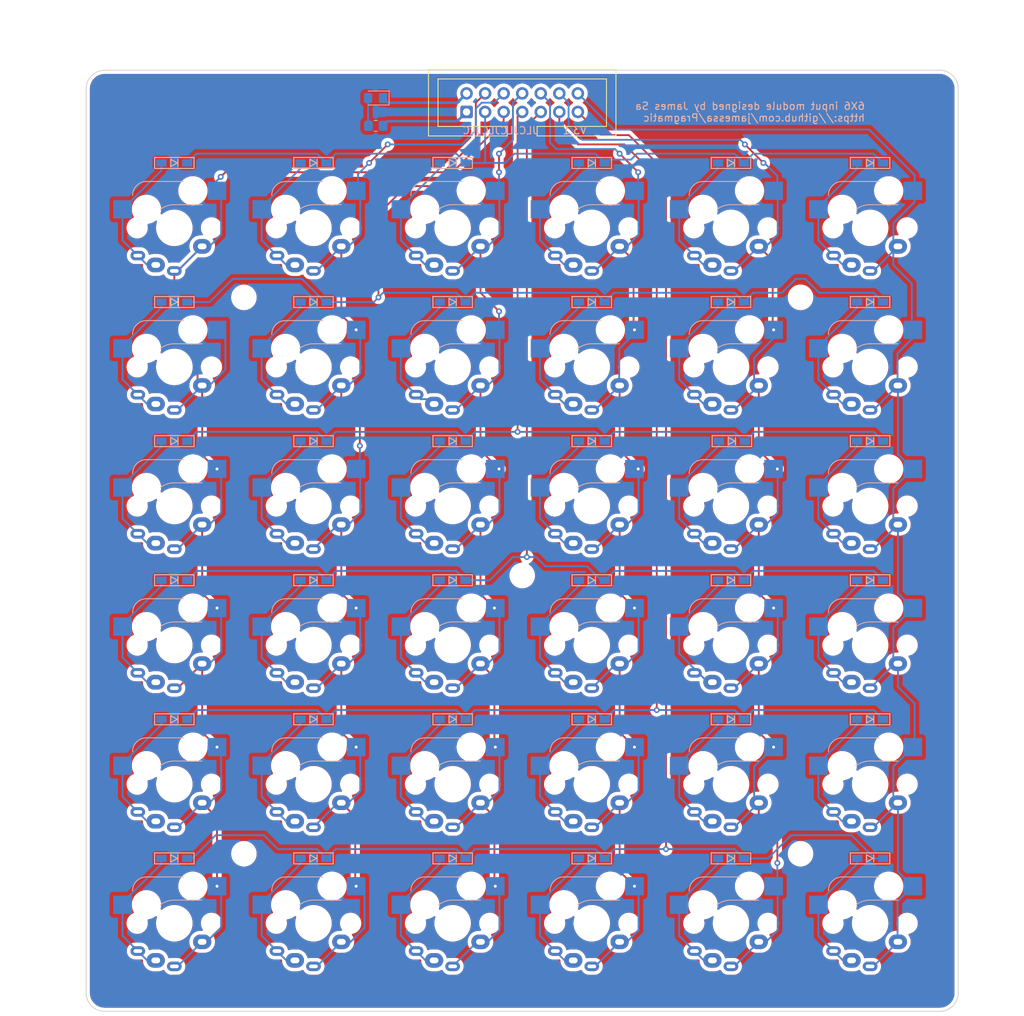
<source format=kicad_pcb>
(kicad_pcb (version 20211014) (generator pcbnew)
  (title_block (title "Pragmatic 6x6 input module") (date "2022-03-24") (rev "3") (company "James Sa") (comment 1 "MX hotswap and solder"))
  (layers (0 "F.Cu" signal) (31 "B.Cu" signal) (34 "B.Paste" user) (35 "F.Paste" user) (36 "B.SilkS" user "B.Silkscreen") (37 "F.SilkS" user "F.Silkscreen") (38 "B.Mask" user) (39 "F.Mask" user) (44 "Edge.Cuts" user))
  (net 0 "")
  (net 1 "Net-(D1-Pad2)")
  (net 2 "Row1")
  (net 3 "Net-(D2-Pad2)")
  (net 4 "Col1")
  (net 5 "Net-(D7-Pad2)")
  (net 6 "Row2")
  (net 7 "Net-(D8-Pad2)")
  (net 8 "VCC")
  (net 9 "Col3")
  (net 10 "Col2")
  (net 11 "Row3")
  (net 12 "GND")
  (net 13 "Row4")
  (net 14 "Row5")
  (net 15 "Row6")
  (net 16 "Col6")
  (net 17 "Col5")
  (net 18 "Col4")
  (net 19 "Net-(D37-Pad2)")
  (net 20 "Net-(D3-Pad2)")
  (net 21 "Net-(D4-Pad2)")
  (net 22 "Net-(D5-Pad2)")
  (net 23 "Net-(D6-Pad2)")
  (net 24 "Net-(D9-Pad2)")
  (net 25 "Net-(D10-Pad2)")
  (net 26 "Net-(D11-Pad2)")
  (net 27 "Net-(D12-Pad2)")
  (net 28 "Net-(D13-Pad2)")
  (net 29 "Net-(D14-Pad2)")
  (net 30 "Net-(D15-Pad2)")
  (net 31 "Net-(D16-Pad2)")
  (net 32 "Net-(D17-Pad2)")
  (net 33 "Net-(D18-Pad2)")
  (net 34 "Net-(D19-Pad2)")
  (net 35 "Net-(D20-Pad2)")
  (net 36 "Net-(D21-Pad2)")
  (net 37 "Net-(D22-Pad2)")
  (net 38 "Net-(D23-Pad2)")
  (net 39 "Net-(D24-Pad2)")
  (net 40 "Net-(D25-Pad2)")
  (net 41 "Net-(D26-Pad2)")
  (net 42 "Net-(D27-Pad2)")
  (net 43 "Net-(D28-Pad2)")
  (net 44 "Net-(D29-Pad2)")
  (net 45 "Net-(D30-Pad2)")
  (net 46 "Net-(D31-Pad2)")
  (net 47 "Net-(D32-Pad2)")
  (net 48 "Net-(D33-Pad2)")
  (net 49 "Net-(D34-Pad2)")
  (net 50 "Net-(D35-Pad2)")
  (net 51 "Net-(D36-Pad2)")
  (footprint "Keyboard_JSA:MX_Hotswap_MX_Choc_Solder" (layer "F.Cu") (at 57.15 57.15)
    (fp_text reference "SW1" hide)
    (fp_text value "SW_Push" hide)
  )
  (footprint "Keyboard_JSA:MX_Hotswap_MX_Choc_Solder" (layer "F.Cu") (at 57.15 76.2)
    (fp_text reference "SW7" hide)
    (fp_text value "SW_Push" hide)
  )
  (footprint "Keyboard_JSA:MX_Hotswap_MX_Choc_Solder" (layer "F.Cu") (at 76.2 76.2)
    (fp_text reference "SW8" hide)
    (fp_text value "SW_Push" hide)
  )
  (footprint "Keyboard_JSA:MX_Hotswap_MX_Choc_Solder" (layer "F.Cu") (at 76.2 57.15)
    (fp_text reference "SW2" hide)
    (fp_text value "SW_Push" hide)
  )
  (footprint "Keyboard_JSA:MX_Hotswap_MX_Choc_Solder" (layer "F.Cu") (at 95.25 57.15)
    (fp_text reference "SW3" hide)
    (fp_text value "SW_Push" hide)
  )
  (footprint "Keyboard_JSA:MX_Hotswap_MX_Choc_Solder" (layer "F.Cu") (at 114.3 57.15)
    (fp_text reference "SW4" hide)
    (fp_text value "SW_Push" hide)
  )
  (footprint "Keyboard_JSA:MX_Hotswap_MX_Choc_Solder" (layer "F.Cu") (at 133.35 57.15)
    (fp_text reference "SW5" hide)
    (fp_text value "SW_Push" hide)
  )
  (footprint "Keyboard_JSA:MX_Hotswap_MX_Choc_Solder" (layer "F.Cu") (at 152.4 57.15)
    (fp_text reference "SW6" hide)
    (fp_text value "SW_Push" hide)
  )
  (footprint "Keyboard_JSA:MX_Hotswap_MX_Choc_Solder" (layer "F.Cu") (at 95.25 76.2)
    (fp_text reference "SW9" hide)
    (fp_text value "SW_Push" hide)
  )
  (footprint "Keyboard_JSA:MX_Hotswap_MX_Choc_Solder" (layer "F.Cu") (at 114.3 76.2)
    (fp_text reference "SW10" hide)
    (fp_text value "SW_Push" hide)
  )
  (footprint "Keyboard_JSA:MX_Hotswap_MX_Choc_Solder" (layer "F.Cu") (at 133.35 76.2)
    (fp_text reference "SW11" hide)
    (fp_text value "SW_Push" hide)
  )
  (footprint "Keyboard_JSA:MX_Hotswap_MX_Choc_Solder" (layer "F.Cu") (at 152.4 76.2)
    (fp_text reference "SW12" hide)
    (fp_text value "SW_Push" hide)
  )
  (footprint "Keyboard_JSA:MX_Hotswap_MX_Choc_Solder" (layer "F.Cu") (at 57.15 95.25)
    (fp_text reference "SW13" hide)
    (fp_text value "SW_Push" hide)
  )
  (footprint "Keyboard_JSA:MX_Hotswap_MX_Choc_Solder" (layer "F.Cu") (at 76.2 95.25)
    (fp_text reference "SW14" hide)
    (fp_text value "SW_Push" hide)
  )
  (footprint "Keyboard_JSA:MX_Hotswap_MX_Choc_Solder" (layer "F.Cu") (at 95.25 95.25)
    (fp_text reference "SW15" hide)
    (fp_text value "SW_Push" hide)
  )
  (footprint "Keyboard_JSA:MX_Hotswap_MX_Choc_Solder" (layer "F.Cu") (at 114.3 95.25)
    (fp_text reference "SW16" hide)
    (fp_text value "SW_Push" hide)
  )
  (footprint "Keyboard_JSA:MX_Hotswap_MX_Choc_Solder" (layer "F.Cu") (at 133.35 95.25)
    (fp_text reference "SW17" hide)
    (fp_text value "SW_Push" hide)
  )
  (footprint "Keyboard_JSA:MX_Hotswap_MX_Choc_Solder" (layer "F.Cu") (at 152.4 95.25)
    (fp_text reference "SW18" hide)
    (fp_text value "SW_Push" hide)
  )
  (footprint "Keyboard_JSA:MX_Hotswap_MX_Choc_Solder" (layer "F.Cu") (at 57.15 114.3)
    (fp_text reference "SW19" hide)
    (fp_text value "SW_Push" hide)
  )
  (footprint "Keyboard_JSA:MX_Hotswap_MX_Choc_Solder" (layer "F.Cu") (at 76.2 114.3)
    (fp_text reference "SW20" hide)
    (fp_text value "SW_Push" hide)
  )
  (footprint "Keyboard_JSA:MX_Hotswap_MX_Choc_Solder" (layer "F.Cu") (at 95.25 114.3)
    (fp_text reference "SW21" hide)
    (fp_text value "SW_Push" hide)
  )
  (footprint "Keyboard_JSA:MX_Hotswap_MX_Choc_Solder" (layer "F.Cu") (at 114.3 114.3)
    (fp_text reference "SW22" hide)
    (fp_text value "SW_Push" hide)
  )
  (footprint "Keyboard_JSA:MX_Hotswap_MX_Choc_Solder" (layer "F.Cu") (at 133.35 114.3)
    (fp_text reference "SW23" hide)
    (fp_text value "SW_Push" hide)
  )
  (footprint "Keyboard_JSA:MX_Hotswap_MX_Choc_Solder" (layer "F.Cu") (at 152.4 114.3)
    (fp_text reference "SW24" hide)
    (fp_text value "SW_Push" hide)
  )
  (footprint "Keyboard_JSA:MX_Hotswap_MX_Choc_Solder" (layer "F.Cu") (at 57.15 133.35)
    (fp_text reference "SW25" hide)
    (fp_text value "SW_Push" hide)
  )
  (footprint "Keyboard_JSA:MX_Hotswap_MX_Choc_Solder" (layer "F.Cu") (at 76.2 133.35)
    (fp_text reference "SW26" hide)
    (fp_text value "SW_Push" hide)
  )
  (footprint "Keyboard_JSA:MX_Hotswap_MX_Choc_Solder" (layer "F.Cu") (at 95.25 133.35)
    (fp_text reference "SW27" hide)
    (fp_text value "SW_Push" hide)
  )
  (footprint "Keyboard_JSA:MX_Hotswap_MX_Choc_Solder" (layer "F.Cu") (at 114.3 133.35)
    (fp_text reference "SW28" hide)
    (fp_text value "SW_Push" hide)
  )
  (footprint "Keyboard_JSA:MX_Hotswap_MX_Choc_Solder" (layer "F.Cu") (at 133.35 133.35)
    (fp_text reference "SW29" hide)
    (fp_text value "SW_Push" hide)
  )
  (footprint "Keyboard_JSA:MX_Hotswap_MX_Choc_Solder" (layer "F.Cu") (at 152.4 133.35)
    (fp_text reference "SW30" hide)
    (fp_text value "SW_Push" hide)
  )
  (footprint "Keyboard_JSA:MX_Hotswap_MX_Choc_Solder" (layer "F.Cu") (at 57.15 152.4)
    (fp_text reference "SW31" hide)
    (fp_text value "SW_Push" hide)
  )
  (footprint "Keyboard_JSA:MX_Hotswap_MX_Choc_Solder" (layer "F.Cu") (at 76.2 152.4)
    (fp_text reference "SW32" hide)
    (fp_text value "SW_Push" hide)
  )
  (footprint "Keyboard_JSA:MX_Hotswap_MX_Choc_Solder" (layer "F.Cu") (at 95.25 152.4)
    (fp_text reference "SW33" hide)
    (fp_text value "SW_Push" hide)
  )
  (footprint "Keyboard_JSA:MX_Hotswap_MX_Choc_Solder" (layer "F.Cu") (at 114.3 152.4)
    (fp_text reference "SW34" hide)
    (fp_text value "SW_Push" hide)
  )
  (footprint "Keyboard_JSA:MX_Hotswap_MX_Choc_Solder" (layer "F.Cu") (at 133.35 152.4)
    (fp_text reference "SW35" hide)
    (fp_text value "SW_Push" hide)
  )
  (footprint "Keyboard_JSA:MX_Hotswap_MX_Choc_Solder" (layer "F.Cu") (at 152.4 152.4)
    (fp_text reference "SW36" hide)
    (fp_text value "SW_Push" hide)
  )
  (footprint "MountingHole:MountingHole_2.5mm" (layer "F.Cu") (at 104.775 104.775)
    (fp_text reference "H5")
    (fp_text value "MountingHole")
  )
  (footprint "MountingHole:MountingHole_2.5mm" (layer "F.Cu") (at 66.675 66.675)
    (fp_text reference "H1")
    (fp_text value "MountingHole")
  )
  (footprint "MountingHole:MountingHole_2.5mm" (layer "F.Cu") (at 66.675 142.875)
    (fp_text reference "H2")
    (fp_text value "MountingHole")
  )
  (footprint "MountingHole:MountingHole_2.5mm" (layer "F.Cu") (at 142.875 66.675)
    (fp_text reference "H3")
    (fp_text value "MountingHole")
  )
  (footprint "MountingHole:MountingHole_2.5mm" (layer "F.Cu") (at 142.875 142.875)
    (fp_text reference "H4")
    (fp_text value "MountingHole")
  )
  (footprint "Connector_IDC:IDC-Header_2x07_P2.54mm_Vertical" (layer "F.Cu") (at 97.155 41.275 90)
    (fp_text reference "J1" hide)
    (fp_text value "Hand-Soldering")
  )
  (footprint "Pragmatic:Logo" (layer "F.Cu") (at 133.35 42.545)
    (fp_text reference "REF**" hide)
    (fp_text value "Logo" hide)
  )
  (footprint "Symbol:OSHW-Logo_5.7x6mm_Copper" (layer "F.Cu") (at 66.675 41.275)
    (fp_text reference "LOGO1" hide)
    (fp_text value "Logo_Open_Hardware_Small" hide)
  )
  (footprint "Keyboard_Foostan:D3_SMD_v2" (layer "B.Cu") (at 57.15 48.26 180)
    (fp_text reference "D1" hide)
    (fp_text value "1N4148" hide)
  )
  (footprint "Keyboard_Foostan:D3_SMD_v2" (layer "B.Cu") (at 57.15 67.31 180)
    (fp_text reference "D7" hide)
    (fp_text value "1N4148" hide)
  )
  (footprint "Keyboard_Foostan:D3_SMD_v2" (layer "B.Cu") (at 76.2 67.31 180)
    (fp_text reference "D8" hide)
    (fp_text value "1N4148" hide)
  )
  (footprint "Keyboard_Foostan:D3_SMD_v2" (layer "B.Cu") (at 76.2 48.26 180)
    (fp_text reference "D2" hide)
    (fp_text value "1N4148" hide)
  )
  (footprint "Keyboard_Foostan:D3_SMD_v2" (layer "B.Cu") (at 95.25 48.26 180)
    (fp_text reference "D3" hide)
    (fp_text value "1N4148" hide)
  )
  (footprint "Keyboard_Foostan:D3_SMD_v2" (layer "B.Cu") (at 114.3 48.26 180)
    (fp_text reference "D4" hide)
    (fp_text value "1N4148" hide)
  )
  (footprint "Keyboard_Foostan:D3_SMD_v2" (layer "B.Cu") (at 133.35 48.26 180)
    (fp_text reference "D5" hide)
    (fp_text value "1N4148" hide)
  )
  (footprint "Keyboard_Foostan:D3_SMD_v2" (layer "B.Cu") (at 152.4 48.26 180)
    (fp_text reference "D6" hide)
    (fp_text value "1N4148" hide)
  )
  (footprint "Keyboard_Foostan:D3_SMD_v2" (layer "B.Cu") (at 95.25 67.31 180)
    (fp_text reference "D9" hide)
    (fp_text value "1N4148" hide)
  )
  (footprint "Keyboard_Foostan:D3_SMD_v2" (layer "B.Cu") (at 114.3 67.31 180)
    (fp_text reference "D10" hide)
    (fp_text value "1N4148" hide)
  )
  (footprint "Keyboard_Foostan:D3_SMD_v2" (layer "B.Cu") (at 133.35 67.31 180)
    (fp_text reference "D11" hide)
    (fp_text value "1N4148" hide)
  )
  (footprint "Keyboard_Foostan:D3_SMD_v2" (layer "B.Cu") (at 152.4 67.31 180)
    (fp_text reference "D12" hide)
    (fp_text value "1N4148" hide)
  )
  (footprint "Keyboard_Foostan:D3_SMD_v2" (layer "B.Cu") (at 57.15 86.36 180)
    (fp_text reference "D13" hide)
    (fp_text value "1N4148" hide)
  )
  (footprint "Keyboard_Foostan:D3_SMD_v2" (layer "B.Cu") (at 76.2 86.36 180)
    (fp_text reference "D14" hide)
    (fp_text value "1N4148" hide)
  )
  (footprint "Keyboard_Foostan:D3_SMD_v2" (layer "B.Cu") (at 95.25 86.36 180)
    (fp_text reference "D15" hide)
    (fp_text value "1N4148" hide)
  )
  (footprint "Keyboard_Foostan:D3_SMD_v2" (layer "B.Cu") (at 114.3 86.36 180)
    (fp_text reference "D16" hide)
    (fp_text value "1N4148" hide)
  )
  (footprint "Keyboard_Foostan:D3_SMD_v2" (layer "B.Cu") (at 133.48 86.36 180)
    (fp_text reference "D17" hide)
    (fp_text value "1N4148" hide)
  )
  (footprint "Keyboard_Foostan:D3_SMD_v2" (layer "B.Cu") (at 152.4 86.36 180)
    (fp_text reference "D18" hide)
    (fp_text value "1N4148" hide)
  )
  (footprint "Keyboard_Foostan:D3_SMD_v2" (layer "B.Cu") (at 57.15 105.41 180)
    (fp_text reference "D19" hide)
    (fp_text value "1N4148" hide)
  )
  (footprint "Keyboard_Foostan:D3_SMD_v2" (layer "B.Cu") (at 76.2 105.41 180)
    (fp_text reference "D20" hide)
    (fp_text value "1N4148" hide)
  )
  (footprint "Keyboard_Foostan:D3_SMD_v2" (layer "B.Cu") (at 95.25 105.41 180)
    (fp_text reference "D21" hide)
    (fp_text value "1N4148" hide)
  )
  (footprint "Keyboard_Foostan:D3_SMD_v2" (layer "B.Cu") (at 114.3 105.41 180)
    (fp_text reference "D22" hide)
    (fp_text value "1N4148" hide)
  )
  (footprint "Keyboard_Foostan:D3_SMD_v2" (layer "B.Cu") (at 133.35 105.41 180)
    (fp_text reference "D23" hide)
    (fp_text value "1N4148" hide)
  )
  (footprint "Keyboard_Foostan:D3_SMD_v2" (layer "B.Cu") (at 152.4 105.41 180)
    (fp_text reference "D24" hide)
    (fp_text value "1N4148" hide)
  )
  (footprint "Keyboard_Foostan:D3_SMD_v2" (layer "B.Cu") (at 57.15 124.46 180)
    (fp_text reference "D25" hide)
    (fp_text value "1N4148" hide)
  )
  (footprint "Keyboard_Foostan:D3_SMD_v2" (layer "B.Cu") (at 76.2 124.46 180)
    (fp_text reference "D26" hide)
    (fp_text value "1N4148" hide)
  )
  (footprint "Keyboard_Foostan:D3_SMD_v2" (layer "B.Cu") (at 95.25 124.46 180)
    (fp_text reference "D27" hide)
    (fp_text value "1N4148" hide)
  )
  (footprint "Keyboard_Foostan:D3_SMD_v2" (layer "B.Cu") (at 114.3 124.46 180)
    (fp_text reference "D28" hide)
    (fp_text value "1N4148" hide)
  )
  (footprint "Keyboard_Foostan:D3_SMD_v2" (layer "B.Cu") (at 133.35 124.46 180)
    (fp_text reference "D29" hide)
    (fp_text value "1N4148" hide)
  )
  (footprint "Keyboard_Foostan:D3_SMD_v2" (layer "B.Cu") (at 152.4 124.46 180)
    (fp_text reference "D30" hide)
    (fp_text value "1N4148" hide)
  )
  (footprint "Keyboard_Foostan:D3_SMD_v2" (layer "B.Cu") (at 57.15 143.51 180)
    (fp_text reference "D31" hide)
    (fp_text value "1N4148" hide)
  )
  (footprint "Keyboard_Foostan:D3_SMD_v2" (layer "B.Cu") (at 76.2 143.51 180)
    (fp_text reference "D32" hide)
    (fp_text value "1N4148" hide)
  )
  (footprint "Keyboard_Foostan:D3_SMD_v2" (layer "B.Cu") (at 95.25 143.51 180)
    (fp_text reference "D33" hide)
    (fp_text value "1N4148" hide)
  )
  (footprint "Keyboard_Foostan:D3_SMD_v2" (layer "B.Cu") (at 114.3 143.51 180)
    (fp_text reference "D34" hide)
    (fp_text value "1N4148" hide)
  )
  (footprint "Keyboard_Foostan:D3_SMD_v2" (layer "B.Cu") (at 133.35 143.51 180)
    (fp_text reference "D35" hide)
    (fp_text value "1N4148" hide)
  )
  (footprint "Keyboard_Foostan:D3_SMD_v2" (layer "B.Cu") (at 152.4 143.51 180)
    (fp_text reference "D36" hide)
    (fp_text value "1N4148" hide)
  )
  (footprint "LED_SMD:LED_0805_2012Metric_Pad1.15x1.40mm_HandSolder" (layer "B.Cu") (at 84.7 39.37 180)
    (fp_text reference "D37")
    (fp_text value "White LED")
  )
  (footprint "Resistor_SMD:R_0805_2012Metric_Pad1.20x1.40mm_HandSolder" (layer "B.Cu") (at 84.725 43.18 180)
    (fp_text reference "R1")
    (fp_text value "1.5K 1/8W")
  )
  (gr_arc (start 45.085 38.1) (mid 45.828949 36.303949) (end 47.625 35.56) (layer "Edge.Cuts") (width 0.12))
  (gr_arc (start 164.465 161.925) (mid 163.721051 163.721051) (end 161.925 164.465) (layer "Edge.Cuts") (width 0.12))
  (gr_arc (start 161.925 35.56) (mid 163.721051 36.303949) (end 164.465 38.1) (layer "Edge.Cuts") (width 0.12))
  (gr_line (start 161.925 35.56) (end 47.625 35.56) (layer "Edge.Cuts") (width 0.12))
  (gr_line (start 45.085 38.1) (end 45.085 161.925) (layer "Edge.Cuts") (width 0.12))
  (gr_line (start 164.465 38.1) (end 164.465 161.925) (layer "Edge.Cuts") (width 0.12))
  (gr_line (start 47.625 164.465) (end 161.925 164.465) (layer "Edge.Cuts") (width 0.12))
  (gr_arc (start 47.625 164.465) (mid 45.828949 163.721051) (end 45.085 161.925) (layer "Edge.Cuts") (width 0.12))
  (gr_text "6X6 input module designed by James Sa\nhttps://github.com/jamessa/Pragmatic" (at 151.765 41.275) (layer "B.SilkS") (effects (font (size 1 1)) (justify left mirror)))
  (gr_text "김" (at 68.58 84.455) (layer "B.SilkS") (effects (font (size 1 1)) (justify mirror)))
  (gr_text "V3.1" (at 113.665 43.815) (layer "B.SilkS") (effects (font (size 1 1)) (justify left mirror)))
  (gr_text "JLCJLCJLCJLC" (at 96.52 43.815) (layer "B.SilkS") (effects (font (size 1.016 1)) (justify right mirror)))
  (gr_text "김" (at 67.31 85.09) (layer "B.SilkS") (effects (font (size 1.5 1.5)) (justify mirror)))
  (segment (start 55.375 48.26) (end 55.375 49.3) (width 0.25) (layer "B.Cu") (net 1))
  (segment (start 50.065 58.865) (end 53.43 62.23) (width 0.25) (layer "B.Cu") (net 1))
  (segment (start 50.065 54.61) (end 50.065 58.865) (width 0.25) (layer "B.Cu") (net 1))
  (segment (start 55.375 49.3) (end 50.065 54.61) (width 0.25) (layer "B.Cu") (net 1))
  (segment (start 53.43 62.23) (end 54.61 62.23) (width 0.25) (layer "B.Cu") (net 1))
  (segment (start 79.245 46.99) (end 95.755 46.99) (width 0.25) (layer "B.Cu") (net 2))
  (segment (start 154.175 48.26) (end 152.905 46.99) (width 0.25) (layer "B.Cu") (net 2))
  (segment (start 115.619005 47.804005) (end 119.680099 47.804005) (width 0.25) (layer "B.Cu") (net 2))
  (segment (start 136.395 46.99) (end 135.125 48.26) (width 0.25) (layer "B.Cu") (net 2))
  (segment (start 97.025 48.26) (end 102.4298 48.26) (width 0.25) (layer "B.Cu") (net 2))
  (segment (start 114.805 46.99) (end 116.075 48.26) (width 0.25) (layer "B.Cu") (net 2))
  (segment (start 77.975 48.26) (end 79.245 46.99) (width 0.25) (layer "B.Cu") (net 2))
  (segment (start 133.855 46.99) (end 135.125 48.26) (width 0.25) (layer "B.Cu") (net 2))
  (segment (start 102.4298 48.26) (end 103.6998 46.99) (width 0.25) (layer "B.Cu") (net 2))
  (segment (start 119.680099 47.804005) (end 120.494104 46.99) (width 0.25) (layer "B.Cu") (net 2))
  (segment (start 76.705 46.99) (end 77.975 48.26) (width 0.25) (layer "B.Cu") (net 2))
  (segment (start 60.195 46.99) (end 76.705 46.99) (width 0.25) (layer "B.Cu") (net 2))
  (segment (start 95.755 46.99) (end 97.025 48.26) (width 0.25) (layer "B.Cu") (net 2))
  (segment (start 58.925 48.26) (end 60.195 46.99) (width 0.25) (layer "B.Cu") (net 2))
  (segment (start 103.6998 46.99) (end 114.805 46.99) (width 0.25) (layer "B.Cu") (net 2))
  (segment (start 120.494104 46.99) (end 133.855 46.99) (width 0.25) (layer "B.Cu") (net 2))
  (segment (start 152.905 46.99) (end 136.395 46.99) (width 0.25) (layer "B.Cu") (net 2))
  (segment (start 99.695 41.275) (end 99.695 48.26) (width 0.25) (layer "B.Cu") (net 2))
  (segment (start 74.425 48.26) (end 74.425 49.019) (width 0.25) (layer "B.Cu") (net 3))
  (segment (start 72.48 62.23) (end 73.66 62.23) (width 0.25) (layer "B.Cu") (net 3))
  (segment (start 69.115 54.61) (end 69.115 58.865) (width 0.25) (layer "B.Cu") (net 3))
  (segment (start 69.115 58.865) (end 72.48 62.23) (width 0.25) (layer "B.Cu") (net 3))
  (segment (start 74.425 49.019) (end 68.834 54.61) (width 0.25) (layer "B.Cu") (net 3))
  (segment (start 60.96 97.79) (end 60.96 107.188) (width 0.25) (layer "F.Cu") (net 4))
  (segment (start 62.992 137.922) (end 62.992 147.32) (width 0.25) (layer "F.Cu") (net 4))
  (segment (start 60.96 59.69) (end 57.15 63.5) (width 0.25) (layer "F.Cu") (net 4))
  (segment (start 57.6 120.2) (end 60.96 116.84) (width 0.25) (layer "F.Cu") (net 4))
  (segment (start 98.425 40.005) (end 98.425 45.085) (width 0.25) (layer "F.Cu") (net 4))
  (segment (start 64.135 49.53) (end 63.5 50.165) (width 0.25) (layer "F.Cu") (net 4))
  (segment (start 93.98 49.53) (end 64.135 49.53) (width 0.25) (layer "F.Cu") (net 4))
  (segment (start 57.15 120.2) (end 57.6 120.2) (width 0.25) (layer "F.Cu") (net 4))
  (segment (start 60.96 107.188) (end 62.992 109.22) (width 0.25) (layer "F.Cu") (net 4))
  (segment (start 98.425 45.085) (end 93.98 49.53) (width 0.25) (layer "F.Cu") (net 4))
  (segment (start 62.865 90.17) (end 62.992 90.17) (width 0.25) (layer "F.Cu") (net 4))
  (segment (start 60.96 78.74) (end 60.96 88.265) (width 0.25) (layer "F.Cu") (net 4))
  (segment (start 60.96 116.84) (end 60.96 126.238) (width 0.25) (layer "F.Cu") (net 4))
  (segment (start 60.96 126.238) (end 62.992 128.27) (width 0.25) (layer "F.Cu") (net 4))
  (segment (start 60.96 88.265) (end 62.865 90.17) (width 0.25) (layer "F.Cu") (net 4))
  (segment (start 60.325 75.070885) (end 60.325 78.105002) (width 0.25) (layer "F.Cu") (net 4))
  (segment (start 99.695 38.735) (end 98.425 40.005) (width 0.25) (layer "F.Cu") (net 4))
  (segment (start 60.96 135.89) (end 62.992 137.922) (width 0.25) (layer "F.Cu") (net 4))
  (segment (start 57.15 63.5) (end 57.15 71.895885) (width 0.25) (layer "F.Cu") (net 4))
  (segment (start 57.15 71.895885) (end 60.325 75.070885) (width 0.25) (layer "F.Cu") (net 4))
  (segment (start 60.325 78.105002) (end 60.96 78.740002) (width 0.25) (layer "F.Cu") (net 4))
  (via (at 62.992 109.22) (size 0.8) (drill 0.4) (layers "F.Cu" "B.Cu") (net 4))
  (via (at 63.5 50.165) (size 0.8) (drill 0.4) (layers "F.Cu" "B.Cu") (net 4))
  (via (at 62.992 128.27) (size 0.8) (drill 0.4) (layers "F.Cu" "B.Cu") (net 4))
  (via (at 62.992 90.17) (size 0.8) (drill 0.4) (layers "F.Cu" "B.Cu") (net 4))
  (via (at 62.992 147.32) (size 0.8) (drill 0.4) (layers "F.Cu" "B.Cu") (net 4))
  (segment (start 60.96 97.79) (end 57.6 101.15) (width 0.25) (layer "B.Cu") (net 4))
  (segment (start 57.15 63.05) (end 57.6 63.05) (width 0.25) (layer "B.Cu") (net 4))
  (segment (start 63.554521 96.195479) (end 61.96 97.79) (width 0.25) (layer "B.Cu") (net 4))
  (segment (start 64.135 72.263) (end 64.135 76.565) (width 0.25) (layer "B.Cu") (net 4))
  (segment (start 63.554521 134.295479) (end 61.96 135.89) (width 0.25) (layer "B.Cu") (net 4))
  (segment (start 63.554521 128.832521) (end 63.554521 134.295479) (width 0.25) (layer "B.Cu") (net 4))
  (segment (start 63.554521 109.782521) (end 63.554521 115.245479) (width 0.25) (layer "B.Cu") (net 4))
  (segment (start 57.15 82.1) (end 57.6 82.1) (width 0.25) (layer "B.Cu") (net 4))
  (segment (start 63.554521 71.682521) (end 64.135 72.263) (width 0.25) (layer "B.Cu") (net 4))
  (segment (start 64.135 76.565) (end 61.96 78.74) (width 0.25) (layer "B.Cu") (net 4))
  (segment (start 57.6 63.05) (end 60.96 59.69) (width 0.25) (layer "B.Cu") (net 4))
  (segment (start 63.554521 90.859521) (end 63.554521 96.195479) (width 0.25) (layer "B.Cu") (net 4))
  (segment (start 62.865 51.689) (end 62.865 50.8) (width 0.25) (layer "B.Cu") (net 4))
  (segment (start 57.6 82.1) (end 60.96 78.74) (width 0.25) (layer "B.Cu") (net 4))
  (segment (start 63.554521 147.882521) (end 63.554521 152.948636) (width 0.25) (layer "B.Cu") (net 4))
  (segment (start 57.6 158.3) (end 60.96 154.94) (width 0.25) (layer "B.Cu") (net 4))
  (segment (start 63.554521 115.245479) (end 61.96 116.84) (width 0.25) (layer "B.Cu") (net 4))
  (segment (start 57.15 139.25) (end 57.6 139.25) (width 0.25) (layer "B.Cu") (net 4))
  (segment (start 63.554521 58.095479) (end 61.96 59.69) (width 0.25) (layer "B.Cu") (net 4))
  (segment (start 63.554521 152.948636) (end 61.563157 154.94) (width 0.25) (layer "B.Cu") (net 4))
  (segment (start 63.554521 52.632521) (end 63.554521 58.095479) (width 0.25) (layer "B.Cu") (net 4))
  (segment (start 57.6 101.15) (end 57.15 101.15) (width 0.25) (layer "B.Cu") (net 4))
  (segment (start 57.15 158.3) (end 57.6 158.3) (width 0.25) (layer "B.Cu") (net 4))
  (segment (start 62.865 50.8) (end 63.5 50.165) (width 0.25) (layer "B.Cu") (net 4))
  (segment (start 57.6 139.25) (end 60.96 135.89) (width 0.25) (layer "B.Cu") (net 4))
  (segment (start 50.065 77.915) (end 53.43 81.28) (width 0.25) (layer "B.Cu") (net 5))
  (segment (start 53.43 81.28) (end 54.61 81.28) (width 0.25) (layer "B.Cu") (net 5))
  (segment (start 50.065 73.66) (end 50.065 77.915) (width 0.25) (layer "B.Cu") (net 5))
  (segment (start 55.375 67.31) (end 55.375 68.069) (width 0.25) (layer "B.Cu") (net 5))
  (segment (start 55.375 68.069) (end 49.784 73.66) (width 0.25) (layer "B.Cu") (net 5))
  (segment (start 102.235 41.275) (end 102.235 42.545) (width 0.25) (layer "F.Cu") (net 6))
  (segment (start 93.345 51.435) (end 88.9 51.435) (width 0.25) (layer "F.Cu") (net 6))
  (segment (start 85.09 55.245) (end 85.09 66.675) (width 0.25) (layer "F.Cu") (net 6))
  (segment (start 88.9 51.435) (end 85.09 55.245) (width 0.25) (layer "F.Cu") (net 6))
  (segment (start 102.235 42.545) (end 93.345 51.435) (width 0.25) (layer "F.Cu") (net 6))
  (via (at 85.09 66.675) (size 0.8) (drill 0.4) (layers "F.Cu" "B.Cu") (net 6))
  (segment (start 97.025 67.31) (end 95.755 66.04) (width 0.25) (layer "B.Cu") (net 6))
  (segment (start 85.725 66.04) (end 85.09 66.675) (width 0.25) (layer "B.Cu") (net 6))
  (segment (start 154.175 67.31) (end 152.905 66.04) (width 0.25) (layer "B.Cu") (net 6))
  (segment (start 84.455 67.31) (end 85.09 66.675) (width 0.25) (layer "B.Cu") (net 6))
  (segment (start 95.755 66.04) (end 85.725 66.04) (width 0.25) (layer "B.Cu") (net 6))
  (segment (start 114.805 66.04) (end 98.295 66.04) (width 0.25) (layer "B.Cu") (net 6))
  (segment (start 140.335 66.04) (end 136.395 66.04) (width 0.25) (layer "B.Cu") (net 6))
  (segment (start 136.395 66.04) (end 135.125 67.31) (width 0.25) (layer "B.Cu") (net 6))
  (segment (start 58.925 67.31) (end 61.9846 67.31) (width 0.25) (layer "B.Cu") (net 6))
  (segment (start 77.975 67.31) (end 84.455 67.31) (width 0.25) (layer "B.Cu") (net 6))
  (segment (start 116.075 67.31) (end 114.805 66.04) (width 0.25) (layer "B.Cu") (net 6))
  (segment (start 152.905 66.04) (end 145.415 66.04) (width 0.25) (layer "B.Cu") (net 6))
  (segment (start 142.24 64.135) (end 140.335 66.04) (width 0.25) (layer "B.Cu") (net 6))
  (segment (start 135.125 67.31) (end 133.855 66.04) (width 0.25) (layer "B.Cu") (net 6))
  (segment (start 98.295 66.04) (end 97.025 67.31) (width 0.25) (layer "B.Cu") (net 6))
  (segment (start 61.9846 67.31) (end 65.1596 64.135) (width 0.25) (layer "B.Cu") (net 6))
  (segment (start 74.6 64.135) (end 77.775 67.31) (width 0.25) (layer "B.Cu") (net 6))
  (segment (start 133.855 66.04) (end 117.345 66.04) (width 0.25) (layer "B.Cu") (net 6))
  (segment (start 65.1596 64.135) (end 74.6 64.135) (width 0.25) (layer "B.Cu") (net 6))
  (segment (start 143.51 64.135) (end 142.24 64.135) (width 0.25) (layer "B.Cu") (net 6))
  (segment (start 117.345 66.04) (end 116.075 67.31) (width 0.25) (layer "B.Cu") (net 6))
  (segment (start 145.415 66.04) (end 143.51 64.135) (width 0.25) (layer "B.Cu") (net 6))
  (segment (start 69.115 77.915) (end 72.48 81.28) (width 0.25) (layer "B.Cu") (net 7))
  (segment (start 74.425 68.069) (end 68.834 73.66) (width 0.25) (layer "B.Cu") (net 7))
  (segment (start 69.115 73.66) (end 69.115 77.915) (width 0.25) (layer "B.Cu") (net 7))
  (segment (start 74.425 67.31) (end 74.425 68.069) (width 0.25) (layer "B.Cu") (net 7))
  (segment (start 72.48 81.28) (end 73.66 81.28) (width 0.25) (layer "B.Cu") (net 7))
  (segment (start 95.885 42.545) (end 97.155 41.275) (width 0.3556) (layer "B.Cu") (net 8))
  (segment (start 85.725 43.18) (end 86.36 42.545) (width 0.3556) (layer "B.Cu") (net 8))
  (segment (start 86.36 42.545) (end 95.885 42.545) (width 0.3556) (layer "B.Cu") (net 8))
  (segment (start 99.06 59.69) (end 99.06 66.04) (width 0.25) (layer "F.Cu") (net 9))
  (segment (start 100.965 128.143) (end 101.092 128.27) (width 0.25) (layer "F.Cu") (net 9))
  (segment (start 99.06 107.315) (end 100.965 109.22) (width 0.25) (layer "F.Cu") (net 9))
  (segment (start 101.6 49.53) (end 101.6 46.99) (width 0.25) (layer "F.Cu") (net 9))
  (segment (start 99.06 66.04) (end 101.6 68.58) (width 0.25) (layer "F.Cu") (net 9))
  (segment (start 100.965 147.193) (end 101.092 147.32) (width 0.25) (layer "F.Cu") (net 9))
  (segment (start 99.06 78.74) (end 99.06 87.63) (width 0.25) (layer "F.Cu") (net 9))
  (segment (start 99.06 97.79) (end 99.06 107.315) (width 0.25) (layer "F.Cu") (net 9))
  (segment (start 99.06 135.89) (end 100.965 137.795) (width 0.25) (layer "F.Cu") (net 9))
  (segment (start 100.965 118.745) (end 100.965 128.143) (width 0.25) (layer "F.Cu") (net 9))
  (segment (start 100.965 137.795) (end 100.965 147.193) (width 0.25) (layer "F.Cu") (net 9))
  (segment (start 99.06 116.84) (end 100.965 118.745) (width 0.25) (layer "F.Cu") (net 9))
  (segment (start 99.06 87.63) (end 101.6 90.17) (width 0.25) (layer "F.Cu") (net 9))
  (via (at 101.092 147.32) (size 0.8) (drill 0.4) (layers "F.Cu" "B.Cu") (net 9))
  (via (at 101.6 46.99) (size 0.8) (drill 0.4) (layers "F.Cu" "B.Cu") (net 9))
  (via (at 101.6 90.17) (size 0.8) (drill 0.4) (layers "F.Cu" "B.Cu") (net 9))
  (via (at 101.6 68.58) (size 0.8) (drill 0.4) (layers "F.Cu" "B.Cu") (net 9))
  (via (at 101.6 49.53) (size 0.8) (drill 0.4) (layers "F.Cu" "B.Cu") (net 9))
  (via (at 101.092 128.27) (size 0.8) (drill 0.4) (layers "F.Cu" "B.Cu") (net 9))
  (via (at 100.965 109.22) (size 0.8) (drill 0.4) (layers "F.Cu" "B.Cu") (net 9))
  (segment (start 101.654521 90.732521) (end 101.654521 96.195479) (width 0.25) (layer "B.Cu") (net 9))
  (segment (start 101.6 70.866) (end 101.6 68.58) (width 0.25) (layer "B.Cu") (net 9))
  (segment (start 101.654521 58.095479) (end 100.06 59.69) (width 0.25) (layer "B.Cu") (net 9))
  (segment (start 101.654521 147.882521) (end 101.654521 153.345479) (width 0.25) (layer "B.Cu") (net 9))
  (segment (start 99.06 116.84) (end 95.7 120.2) (width 0.25) (layer "B.Cu") (net 9))
  (segment (start 101.654521 134.295479) (end 100.06 135.89) (width 0.25) (layer "B.Cu") (net 9))
  (segment (start 95.7 82.1) (end 99.06 78.74) (width 0.25) (layer "B.Cu") (net 9))
  (segment (start 101.654521 52.632521) (end 101.654521 58.095479) (width 0.25) (layer "B.Cu") (net 9))
  (segment (start 101.654521 153.345479) (end 100.06 154.94) (width 0.25) (layer "B.Cu") (net 9))
  (segment (start 101.654521 96.195479) (end 100.06 97.79) (width 0.25) (layer "B.Cu") (net 9))
  (segment (start 103.505 45.085) (end 101.6 46.99) (width 0.25) (layer "B.Cu") (net 9))
  (segment (start 98.61 154.94) (end 99.06 154.94) (width 0.25) (layer "B.Cu") (net 9))
  (segment (start 101.654521 71.682521) (end 101.654521 77.145479) (width 0.25) (layer "B.Cu") (net 9))
  (segment (start 95.7 120.2) (end 95.25 120.2) (width 0.25) (layer "B.Cu") (net 9))
  (segment (start 104.775 38.735) (end 103.505 40.005) (width 0.25) (layer "B.Cu") (net 9))
  (segment (start 95.25 158.3) (end 98.61 154.94) (width 0.25) (layer "B.Cu") (net 9))
  (segment (start 101.654521 115.245479) (end 100.06 116.84) (width 0.25) (layer "B.Cu") (net 9))
  (segment (start 95.7 63.05) (end 99.06 59.69) (width 0.25) (layer "B.Cu") (net 9))
  (segment (start 101.654521 77.145479) (end 100.06 78.74) (width 0.25) (layer "B.Cu") (net 9))
  (segment (start 101.654521 109.782521) (end 101.654521 115.245479) (width 0.25) (layer "B.Cu") (net 9))
  (segment (start 95.25 82.1) (end 95.7 82.1) (width 0.25) (layer "B.Cu") (net 9))
  (segment (start 99.06 97.79) (end 95.7 101.15) (width 0.25) (layer "B.Cu") (net 9))
  (segment (start 101.6 51.816) (end 101.6 49.53) (width 0.25) (layer "B.Cu") (net 9))
  (segment (start 95.7 139.25) (end 95.25 139.25) (width 0.25) (layer "B.Cu") (net 9))
  (segment (start 95.25 63.05) (end 95.7 63.05) (width 0.25) (layer "B.Cu") (net 9))
  (segment (start 103.505 40.005) (end 103.505 45.085) (width 0.25) (layer "B.Cu") (net 9))
  (segment (start 101.654521 128.832521) (end 101.654521 134.295479) (width 0.25) (layer "B.Cu") (net 9))
  (segment (start 99.06 135.89) (end 95.7 139.25) (width 0.25) (layer "B.Cu") (net 9))
  (segment (start 95.7 101.15) (end 95.25 101.15) (width 0.25) (layer "B.Cu") (net 9))
  (segment (start 82.55 86.995) (end 82.55 83.185) (width 0.25) (layer "F.Cu") (net 10))
  (segment (start 80.01 59.69) (end 80.01 69.088) (width 0.25) (layer "F.Cu") (net 10))
  (segment (start 80.01 116.84) (end 80.01 126.238) (width 0.25) (layer "F.Cu") (net 10))
  (segment (start 80.01 107.188) (end 82.042 109.22) (width 0.25) (layer "F.Cu") (net 10))
  (segment (start 83.82 48.26) (end 86.36 45.72) (width 0.25) (layer "F.Cu") (net 10))
  (segment (start 80.01 69.088) (end 82.042 71.12) (width 0.25) (layer "F.Cu") (net 10))
  (segment (start 80.01 135.89) (end 81.915 137.795) (width 0.25) (layer "F.Cu") (net 10))
  (segment (start 80.01 97.79) (end 80.01 107.188) (width 0.25) (layer "F.Cu") (net 10))
  (segment (start 82.55 83.185) (end 80.01 80.645) (width 0.25) (layer "F.Cu") (net 10))
  (segment (start 80.01 126.238) (end 82.042 128.27) (width 0.25) (layer "F.Cu") (net 10))
  (segment (start 80.01 80.645) (end 80.01 78.74) (width 0.25) (layer "F.Cu") (net 10))
  (segment (start 81.915 147.193) (end 82.042 147.32) (width 0.25) (layer "F.Cu") (net 10))
  (segment (start 81.915 137.795) (end 81.915 147.193) (width 0.25) (layer "F.Cu") (net 10))
  (via (at 82.042 128.27) (size 0.8) (drill 0.4) (layers "F.Cu" "B.Cu") (net 10))
  (via (at 86.36 45.72) (size 0.8) (drill 0.4) (layers "F.Cu" "B.Cu") (net 10))
  (via (at 82.55 86.995) (size 0.8) (drill 0.4) (layers "F.Cu" "B.Cu") (net 10))
  (via (at 82.042 71.12) (size 0.8) (drill 0.4) (layers "F.Cu" "B.Cu") (net 10))
  (via (at 83.82 48.26) (size 0.8) (drill 0.4) (layers "F.Cu" "B.Cu") (net 10))
  (via (at 82.042 147.32) (size 0.8) (drill 0.4) (layers "F.Cu" "B.Cu") (net 10))
  (via (at 82.042 109.22) (size 0.8) (drill 0.4) (layers "F.Cu" "B.Cu") (net 10))
  (segment (start 100.965 40.005) (end 102.235 38.735) (width 0.25) (layer "B.Cu") (net 10))
  (segment (start 76.65 82.1) (end 80.01 78.74) (width 0.25) (layer "B.Cu") (net 10))
  (segment (start 76.65 63.05) (end 80.01 59.69) (width 0.25) (layer "B.Cu") (net 10))
  (segment (start 76.65 120.2) (end 76.2 120.2) (width 0.25) (layer "B.Cu") (net 10))
  (segment (start 82.604521 90.732521) (end 82.604521 96.195479) (width 0.25) (layer "B.Cu") (net 10))
  (segment (start 82.55 89.916) (end 82.55 86.995) (width 0.25) (layer "B.Cu") (net 10))
  (segment (start 76.2 82.1) (end 76.65 82.1) (width 0.25) (layer "B.Cu") (net 10))
  (segment (start 82.604521 115.245479) (end 81.01 116.84) (width 0.25) (layer "B.Cu") (net 10))
  (segment (start 81.01 78.74) (end 82.604521 77.145479) (width 0.25) (layer "B.Cu") (net 10))
  (segment (start 82.296 52.07) (end 82.296 49.784) (width 0.25) (layer "B.Cu") (net 10))
  (segment (start 76.65 158.3) (end 80.01 154.94) (width 0.25) (layer "B.Cu") (net 10))
  (segment (start 82.604521 77.145479) (end 82.604521 71.682521) (width 0.25) (layer "B.Cu") (net 10))
  (segment (start 82.604521 147.882521) (end 83.185 148.463) (width 0.25) (layer "B.Cu") (net 10))
  (segment (start 79.56 97.79) (end 76.2 101.15) (width 0.25) (layer "B.Cu") (net 10))
  (segment (start 82.604521 134.295479) (end 81.01 135.89) (width 0.25) (layer "B.Cu") (net 10))
  (segment (start 96.52 45.72) (end 98.425 43.815) (width 0.25) (layer "B.Cu") (net 10))
  (segment (start 83.185 153.035) (end 81.28 154.94) (width 0.25) (layer "B.Cu") (net 10))
  (segment (start 98.425 43.815) (end 98.425 40.807622) (width 0.25) (layer "B.Cu") (net 10))
  (segment (start 80.01 116.84) (end 76.65 120.2) (width 0.25) (layer "B.Cu") (net 10))
  (segment (start 86.36 45.72) (end 96.52 45.72) (width 0.25) (layer "B.Cu") (net 10))
  (segment (start 99.227622 40.005) (end 100.965 40.005) (width 0.25) (layer "B.Cu") (net 10))
  (segment (start 82.604521 52.632521) (end 82.604521 58.095479) (width 0.25) (layer "B.Cu") (net 10))
  (segment (start 82.604521 128.832521) (end 82.604521 134.295479) (width 0.25) (layer "B.Cu") (net 10))
  (segment (start 81.28 154.94) (end 80.01 154.94) (width 0.25) (layer "B.Cu") (net 10))
  (segment (start 80.01 135.89) (end 79.56 135.89) (width 0.25) (layer "B.Cu") (net 10))
  (segment (start 76.2 158.3) (end 76.65 158.3) (width 0.25) (layer "B.Cu") (net 10))
  (segment (start 80.01 97.79) (end 79.56 97.79) (width 0.25) (layer "B.Cu") (net 10))
  (segment (start 98.425 40.807622) (end 99.227622 40.005) (width 0.25) (layer "B.Cu") (net 10))
  (segment (start 76.2 63.05) (end 76.65 63.05) (width 0.25) (layer "B.Cu") (net 10))
  (segment (start 82.604521 58.095479) (end 81.01 59.69) (width 0.25) (layer "B.Cu") (net 10))
  (segment (start 83.185 148.463) (end 83.185 153.035) (width 0.25) (layer "B.Cu") (net 10))
  (segment (start 79.56 135.89) (end 76.2 139.25) (width 0.25) (layer "B.Cu") (net 10))
  (segment (start 82.604521 109.782521) (end 82.604521 115.245479) (width 0.25) (layer "B.Cu") (net 10))
  (segment (start 82.604521 96.195479) (end 81.01 97.79) (width 0.25) (layer "B.Cu") (net 10))
  (segment (start 82.296 49.784) (end 83.82 48.26) (width 0.25) (layer "B.Cu") (net 10))
  (segment (start 104.14 41.91) (end 104.14 85.09) (width 0.25) (layer "F.Cu") (net 11))
  (segment (start 104.775 41.275) (end 104.14 41.91) (width 0.25) (layer "F.Cu") (net 11))
  (via (at 104.14 85.09) (size 0.8) (drill 0.4) (layers "F.Cu" "B.Cu") (net 11))
  (segment (start 136.525 85.09) (end 135.255 86.36) (width 0.25) (layer "B.Cu") (net 11))
  (segment (start 60.195 85.09) (end 58.925 86.36) (width 0.25) (layer "B.Cu") (net 11))
  (segment (start 133.785 85.09) (end 117.345 85.09) (width 0.25) (layer "B.Cu") (net 11))
  (segment (start 154.175 86.36) (end 152.905 85.09) (width 0.25) (layer "B.Cu") (net 11))
  (segment (start 79.245 85.09) (end 77.975 86.36) (width 0.25) (layer "B.Cu") (net 11))
  (segment (start 114.805 85.09) (end 104.14 85.09) (width 0.25) (layer "B.Cu") (net 11))
  (segment (start 77.975 86.36) (end 76.705 85.09) (width 0.25) (layer "B.Cu") (net 11))
  (segment (start 95.755 85.09) (end 79.245 85.09) (width 0.25) (layer "B.Cu") (net 11))
  (segment (start 117.345 85.09) (end 116.075 86.36) (width 0.25) (layer "B.Cu") (net 11))
  (segment (start 97.025 86.36) (end 95.755 85.09) (width 0.25) (layer "B.Cu") (net 11))
  (segment (start 76.705 85.09) (end 60.195 85.09) (width 0.25) (layer "B.Cu") (net 11))
  (segment (start 152.905 85.09) (end 136.525 85.09) (width 0.25) (layer "B.Cu") (net 11))
  (segment (start 116.075 86.36) (end 114.805 85.09) (width 0.25) (layer "B.Cu") (net 11))
  (segment (start 98.295 85.09) (end 104.14 85.09) (width 0.25) (layer "B.Cu") (net 11))
  (segment (start 97.025 86.36) (end 98.295 85.09) (width 0.25) (layer "B.Cu") (net 11))
  (segment (start 135.055 86.36) (end 133.785 85.09) (width 0.25) (layer "B.Cu") (net 11))
  (segment (start 95.885 40.005) (end 86.36 40.005) (width 0.3556) (layer "B.Cu") (net 12))
  (segment (start 86.36 40.005) (end 85.725 39.37) (width 0.3556) (layer "B.Cu") (net 12))
  (segment (start 97.155 38.735) (end 95.885 40.005) (width 0.3556) (layer "B.Cu") (net 12))
  (segment (start 105.41 43.18) (end 105.41 102.235) (width 0.25) (layer "F.Cu") (net 13))
  (segment (start 107.315 41.275) (end 105.41 43.18) (width 0.25) (layer "F.Cu") (net 13))
  (via (at 105.41 102.235) (size 0.8) (drill 0.4) (layers "F.Cu" "B.Cu") (net 13))
  (segment (start 107.95 103.505) (end 106.68 102.235) (width 0.25) (layer "B.Cu") (net 13))
  (segment (start 103.505 102.235) (end 105.41 102.235) (width 0.25) (layer "B.Cu") (net 13))
  (segment (start 77.975 105.41) (end 76.705 104.14) (width 0.25) (layer "B.Cu") (net 13))
  (segment (start 106.68 102.235) (end 105.41 102.235) (width 0.25) (layer "B.Cu") (net 13))
  (segment (start 97.025 105.41) (end 95.755 104.14) (width 0.25) (layer "B.Cu") (net 13))
  (segment (start 152.905 104.14) (end 136.395 104.14) (width 0.25) (layer "B.Cu") (net 13))
  (segment (start 60.195 104.14) (end 58.925 105.41) (width 0.25) (layer "B.Cu") (net 13))
  (segment (start 113.665 103.505) (end 107.95 103.505) (width 0.25) (layer "B.Cu") (net 13))
  (segment (start 135.125 105.41) (end 133.855 104.14) (width 0.25) (layer "B.Cu") (net 13))
  (segment (start 117.345 104.14) (end 116.075 105.41) (width 0.25) (layer "B.Cu") (net 13))
  (segment (start 76.705 104.14) (end 60.195 104.14) (width 0.25) (layer "B.Cu") (net 13))
  (segment (start 95.755 104.14) (end 79.245 104.14) (width 0.25) (layer "B.Cu") (net 13))
  (segment (start 100.33 105.41) (end 103.505 102.235) (width 0.25) (layer "B.Cu") (net 13))
  (segment (start 115.57 105.41) (end 113.665 103.505) (width 0.25) (layer "B.Cu") (net 13))
  (segment (start 79.245 104.14) (end 77.975 105.41) (width 0.25) (layer "B.Cu") (net 13))
  (segment (start 136.395 104.14) (end 135.125 105.41) (width 0.25) (layer "B.Cu") (net 13))
  (segment (start 154.175 105.41) (end 152.905 104.14) (width 0.25) (layer "B.Cu") (net 13))
  (segment (start 133.855 104.14) (end 117.345 104.14) (width 0.25) (layer "B.Cu") (net 13))
  (segment (start 97.025 105.41) (end 100.33 105.41) (width 0.25) (layer "B.Cu") (net 13))
  (segment (start 109.855 41.275) (end 109.855 43.18) (width 0.25) (layer "F.Cu") (net 14))
  (segment (start 123.19 50.165) (end 123.19 123.19) (width 0.25) (layer "F.Cu") (net 14))
  (segment (start 112.395 45.72) (end 118.745 45.72) (width 0.25) (layer "F.Cu") (net 14))
  (segment (start 109.855 43.18) (end 112.395 45.72) (width 0.25) (layer "F.Cu") (net 14))
  (segment (start 118.745 45.72) (end 123.19 50.165) (width 0.25) (layer "F.Cu") (net 14))
  (via (at 123.19 123.19) (size 0.8) (drill 0.4) (layers "F.Cu" "B.Cu") (net 14))
  (segment (start 116.075 124.46) (end 114.805 123.19) (width 0.25) (layer "B.Cu") (net 14))
  (segment (start 97.025 124.46) (end 95.755 123.19) (width 0.25) (layer "B.Cu") (net 14))
  (segment (start 95.755 123.19) (end 79.245 123.19) (width 0.25) (layer "B.Cu") (net 14))
  (segment (start 116.164501 124.370499) (end 117.345 123.19) (width 0.25) (layer "B.Cu") (net 14))
  (segment (start 79.245 123.19) (end 77.975 124.46) (width 0.25) (layer "B.Cu") (net 14))
  (segment (start 135.125 124.46) (end 133.855 123.19) (width 0.25) (layer "B.Cu") (net 14))
  (segment (start 76.705 123.19) (end 60.195 123.19) (width 0.25) (layer "B.Cu") (net 14))
  (segment (start 136.395 123.19) (end 135.125 124.46) (width 0.25) (layer "B.Cu") (net 14))
  (segment (start 77.975 124.46) (end 76.705 123.19) (width 0.25) (layer "B.Cu") (net 14))
  (segment (start 114.805 123.19) (end 98.295 123.19) (width 0.25) (layer "B.Cu") (net 14))
  (segment (start 60.195 123.19) (end 58.925 124.46) (width 0.25) (layer "B.Cu") (net 14))
  (segment (start 98.295 123.19) (end 97.025 124.46) (width 0.25) (layer "B.Cu") (net 14))
  (segment (start 154.175 124.46) (end 152.905 123.19) (width 0.25) (layer "B.Cu") (net 14))
  (segment (start 117.345 123.19) (end 123.19 123.19) (width 0.25) (layer "B.Cu") (net 14))
  (segment (start 133.855 123.19) (end 123.19 123.19) (width 0.25) (layer "B.Cu") (net 14))
  (segment (start 152.905 123.19) (end 136.395 123.19) (width 0.25) (layer "B.Cu") (net 14))
  (segment (start 119.38 44.45) (end 124.46 49.53) (width 0.25) (layer "F.Cu") (net 15))
  (segment (start 124.46 49.53) (end 124.46 142.24) (width 0.25) (layer "F.Cu") (net 15))
  (segment (start 112.395 41.275) (end 115.57 44.45) (width 0.25) (layer "F.Cu") (net 15))
  (segment (start 115.57 44.45) (end 119.38 44.45) (width 0.25) (layer "F.Cu") (net 15))
  (via (at 124.46 142.24) (size 0.8) (drill 0.4) (layers "F.Cu" "B.Cu") (net 15))
  (segment (start 153.035 143.51) (end 149.86 140.335) (width 0.25) (layer "B.Cu") (net 15))
  (segment (start 116.075 143.51) (end 117.345 142.24) (width 0.25) (layer "B.Cu") (net 15))
  (segment (start 76.705 142.24) (end 71.316211 142.24) (width 0.25) (layer "B.Cu") (net 15))
  (segment (start 77.975 143.51) (end 76.705 142.24) (width 0.25) (layer "B.Cu") (net 15))
  (segment (start 114.805 142.24) (end 98.295 142.24) (width 0.25) (layer "B.Cu") (net 15))
  (segment (start 116.075 143.51) (end 114.805 142.24) (width 0.25) (layer "B.Cu") (net 15))
  (segment (start 95.755 142.24) (end 79.245 142.24) (width 0.25) (layer "B.Cu") (net 15))
  (segment (start 117.345 142.24) (end 124.46 142.24) (width 0.25) (layer "B.Cu") (net 15))
  (segment (start 135.125 143.51) (end 133.855 142.24) (width 0.25) (layer "B.Cu") (net 15))
  (segment (start 62.809042 140.335) (end 59.279521 143.864521) (width 0.25) (layer "B.Cu") (net 15))
  (segment (start 141.605 140.335) (end 138.43 143.51) (width 0.25) (layer "B.Cu") (net 15))
  (segment (start 138.43 143.51) (end 135.125 143.51) (width 0.25) (layer "B.Cu") (net 15))
  (segment (start 97.025 143.51) (end 95.755 142.24) (width 0.25) (layer "B.Cu") (net 15))
  (segment (start 69.411211 140.335) (end 62.809042 140.335) (width 0.25) (layer "B.Cu") (net 15))
  (segment (start 98.295 142.24) (end 97.025 143.51) (width 0.25) (layer "B.Cu") (net 15))
  (segment (start 133.855 142.24) (end 124.46 142.24) (width 0.25) (layer "B.Cu") (net 15))
  (segment (start 149.86 140.335) (end 141.605 140.335) (width 0.25) (layer "B.Cu") (net 15))
  (segment (start 153.975 143.51) (end 153.035 143.51) (width 0.25) (layer "B.Cu") (net 15))
  (segment (start 79.245 142.24) (end 77.975 143.51) (width 0.25) (layer "B.Cu") (net 15))
  (segment (start 71.316211 142.24) (end 69.411211 140.335) (width 0.25) (layer "B.Cu") (net 15))
  (segment (start 156.21 120.015) (end 158.496 122.301) (width 0.25) (layer "B.Cu") (net 16))
  (segment (start 156.155479 149.406521) (end 156.155479 154.885479) (width 0.25) (layer "B.Cu") (net 16))
  (segment (start 156.21 145.288) (end 158.242 147.32) (width 0.25) (layer "B.Cu") (net 16))
  (segment (start 156.155479 74.331563) (end 156.155479 78.685479) (width 0.25) (layer "B.Cu") (net 16))
  (segment (start 158.496 122.301) (end 158.496 128.27) (width 0.25) (layer "B.Cu") (net 16))
  (segment (start 158.242 147.32) (end 156.155479 149.406521) (width 0.25) (layer "B.Cu") (net 16))
  (segment (start 155.575 62.23) (end 158.115 64.77) (width 0.25) (layer "B.Cu") (net 16))
  (segment (start 117.348 43.688) (end 152.273 43.688) (width 0.25) (layer "B.Cu") (net 16))
  (segment (start 156.21 135.89) (end 156.21 145.288) (width 0.25) (layer "B.Cu") (net 16))
  (segment (start 152.4 63.05) (end 152.85 63.05) (width 0.25) (layer "B.Cu") (net 16))
  (segment (start 158.242 128.27) (end 155.575 130.937) (width 0.25) (layer "B.Cu") (net 16))
  (segment (start 152.85 158.3) (end 156.21 154.94) (width 0.25) (layer "B.Cu") (net 16))
  (segment (start 156.21 97.79) (end 156.21 107.188) (width 0.25) (layer "B.Cu") (net 16))
  (segment (start 155.575 130.937) (end 155.575 135.255) (width 0.25) (layer "B.Cu") (net 16))
  (segment (start 156.21 78.74) (end 156.21 88.138) (width 0.25) (layer "B.Cu") (net 16))
  (segment (start 155.575 111.887) (end 155.575 116.205) (width 0.25) (layer "B.Cu") (net 16))
  (segment (start 158.496 49.911) (end 158.496 53.594) (width 0.25) (layer "B.Cu") (net 16))
  (segment (start 152.85 63.05) (end 156.21 59.69) (width 0.25) (layer "B.Cu") (net 16))
  (segment (start 152.85 101.15) (end 152.4 101.15) (width 0.25) (layer "B.Cu") (net 16))
  (segment (start 156.21 116.84) (end 156.21 120.015) (width 0.25) (layer "B.Cu") (net 16))
  (segment (start 156.21 135.89) (end 152.85 139.25) (width 0.25) (layer "B.Cu") (net 16))
  (segment (start 152.85 139.25) (end 152.4 139.25) (width 0.25) (layer "B.Cu") (net 16))
  (segment (start 152.4 158.3) (end 152.85 158.3) (width 0.25) (layer "B.Cu") (net 16))
  (segment (start 112.395 38.735) (end 117.348 43.688) (width 0.25) (layer "B.Cu") (net 16))
  (segment (start 152.4 82.1) (end 152.85 82.1) (width 0.25) (layer "B.Cu") (net 16))
  (segment (start 156.21 88.138) (end 158.242 90.17) (width 0.25) (layer "B.Cu") (net 16))
  (segment (start 158.115 64.77) (end 158.115 70.739) (width 0.25) (layer "B.Cu") (net 16))
  (segment (start 155.575 92.837) (end 155.575 97.155) (width 0.25) (layer "B.Cu") (net 16))
  (segment (start 158.242 109.22) (end 155.575 111.887) (width 0.25) (layer "B.Cu") (net 16))
  (segment (start 152.85 82.1) (end 156.21 78.74) (width 0.25) (layer "B.Cu") (net 16))
  (segment (start 158.804521 71.682521) (end 156.155479 74.331563) (width 0.25) (layer "B.Cu") (net 16))
  (segment (start 158.242 90.17) (end 155.575 92.837) (width 0.25) (layer "B.Cu") (net 16))
  (segment (start 156.21 107.188) (end 158.242 109.22) (width 0.25) (layer "B.Cu") (net 16))
  (segment (start 152.273 43.688) (end 158.496 49.911) (width 0.25) (layer "B.Cu") (net 16))
  (segment (start 155.575 56.515) (end 155.575 62.23) (width 0.25) (layer "B.Cu") (net 16))
  (segment (start 155.76 116.84) (end 156.21 116.84) (width 0.25) (layer "B.Cu") (net 16))
  (segment (start 158.496 53.594) (end 155.575 56.515) (width 0.25) (layer "B.Cu") (net 16))
  (segment (start 152.4 120.2) (end 155.76 116.84) (width 0.25) (layer "B.Cu") (net 16))
  (segment (start 156.21 97.79) (end 152.85 101.15) (width 0.25) (layer "B.Cu") (net 16))
  (segment (start 137.16 97.79) (end 137.16 107.188) (width 0.25) (layer "F.Cu") (net 17))
  (segment (start 137.16 137.795) (end 137.16 135.89) (width 0.25) (layer "F.Cu") (net 17))
  (segment (start 139.065 70.993) (end 139.192 71.12) (width 0.25) (layer "F.Cu") (net 17))
  (segment (start 139.7 140.335) (end 139.7 144.145) (width 0.25) (layer "F.Cu") (net 17))
  (segment (start 139.065 61.595) (end 139.065 70.993) (width 0.25) (layer "F.Cu") (net 17))
  (segment (start 137.16 126.238) (end 139.192 128.27) (width 0.25) (layer "F.Cu") (net 17))
  (segment (start 135.255 45.72) (end 137.795 48.26) (width 0.25) (layer "F.Cu") (net 17))
  (segment (start 137.16 116.84) (end 137.16 126.238) (width 0.25) (layer "F.Cu") (net 17))
  (segment (start 137.16 78.74) (end 137.16 87.63) (width 0.25) (layer "F.Cu") (net 17))
  (segment (start 137.16 59.69) (end 139.065 61.595) (width 0.25) (layer "F.Cu") (net 17))
  (segment (start 139.7 140.335) (end 137.16 137.795) (width 0.25) (layer "F.Cu") (net 17))
  (segment (start 137.16 107.188) (end 139.192 109.22) (width 0.25) (layer "F.Cu") (net 17))
  (segment (start 137.16 87.63) (end 139.7 90.17) (width 0.25) (layer "F.Cu") (net 17))
  (via (at 139.7 90.17) (size 0.8) (drill 0.4) (layers "F.Cu" "B.Cu") (net 17))
  (via (at 139.7 144.145) (size 0.8) (drill 0.4) (layers "F.Cu" "B.Cu") (net 17))
  (via (at 139.192 128.27) (size 0.8) (drill 0.4) (layers "F.Cu" "B.Cu") (net 17))
  (via (at 135.255 45.72) (size 0.8) (drill 0.4) (layers "F.Cu" "B.Cu") (net 17))
  (via (at 139.192 71.12) (size 0.8) (drill 0.4) (layers "F.Cu" "B.Cu") (net 17))
  (via (at 137.795 48.26) (size 0.8) (drill 0.4) (layers "F.Cu" "B.Cu") (net 17))
  (via (at 139.192 109.22) (size 0.8) (drill 0.4) (layers "F.Cu" "B.Cu") (net 17))
  (segment (start 111.125 40.005) (end 111.125 43.18) (width 0.25) (layer "B.Cu") (net 17))
  (segment (start 139.7 71.755) (end 136.525 74.93) (width 0.25) (layer "B.Cu") (net 17))
  (segment (start 137.16 97.79) (end 133.8 101.15) (width 0.25) (layer "B.Cu") (net 17))
  (segment (start 139.754521 90.732521) (end 139.754521 96.195479) (width 0.25) (layer "B.Cu") (net 17))
  (segment (start 134.62 45.085) (end 135.255 45.72) (width 0.25) (layer "B.Cu") (net 17))
  (segment (start 133.8 63.05) (end 137.16 59.69) (width 0.25) (layer "B.Cu") (net 17))
  (segment (start 111.125 43.18) (end 113.03 45.085) (width 0.25) (layer "B.Cu") (net 17))
  (segment (start 137.922 48.26) (end 137.795 48.26) (width 0.25) (layer "B.Cu") (net 17))
  (segment (start 133.8 82.1) (end 137.16 78.74) (width 0.25) (layer "B.Cu") (net 17))
  (segment (start 139.754521 96.195479) (end 138.16 97.79) (width 0.25) (layer "B.Cu") (net 17))
  (segment (start 137.16 135.89) (end 133.8 139.25) (width 0.25) (layer "B.Cu") (net 17))
  (segment (start 139.7 50.038) (end 137.922 48.26) (width 0.25) (layer "B.Cu") (net 17))
  (segment (start 133.35 82.1) (end 133.8 82.1) (width 0.25) (layer "B.Cu") (net 17))
  (segment (start 136.525 74.93) (end 136.525 78.105) (width 0.25) (layer "B.Cu") (net 17))
  (segment (start 133.35 158.3) (end 133.8 158.3) (width 0.25) (layer "B.Cu") (net 17))
  (segment (start 136.525 130.937) (end 139.192 128.27) (width 0.25) (layer "B.Cu") (net 17))
  (segment (start 139.446 146.431) (end 139.7 146.177) (width 0.25) (layer "B.Cu") (net 17))
  (segment (start 113.03 45.085) (end 134.62 45.085) (width 0.25) (layer "B.Cu") (net 17))
  (segment (start 133.8 120.2) (end 137.16 116.84) (width 0.25) (layer "B.Cu") (net 17))
  (segment (start 133.8 101.15) (end 133.35 101.15) (width 0.25) (layer "B.Cu") (net 17))
  (segment (start 139.754521 109.782521) (end 139.754521 115.245479) (width 0.25) (layer "B.Cu") (net 17))
  (segment (start 139.754521 52.632521) (end 139.754521 58.095479) (width 0.25) (layer "B.Cu") (net 17))
  (segment (start 133.35 63.05) (end 133.8 63.05) (width 0.25) (layer "B.Cu") (net 17))
  (segment (start 139.7 51.816) (end 139.7 50.038) (width 0.25) (layer "B.Cu") (net 17))
  (segment (start 133.35 120.2) (end 133.8 120.2) (width 0.25) (layer "B.Cu") (net 17))
  (segment (start 133.8 139.25) (end 133.35 139.25) (width 0.25) (layer "B.Cu") (net 17))
  (segment (start 136.525 135.255) (end 136.525 130.937) (width 0.25) (layer "B.Cu") (net 17))
  (segment (start 133.8 158.3) (end 137.16 154.94) (width 0.25) (layer "B.Cu") (net 17))
  (segment (start 139.7 146.177) (end 139.7 144.145) (width 0.25) (layer "B.Cu") (net 17))
  (segment (start 109.855 38.735) (end 111.125 40.005) (width 0.25) (layer "B.Cu") (net 17))
  (segment (start 139.754521 147.882521) (end 139.754521 153.345479) (width 0.25) (layer "B.Cu") (net 17))
  (segment (start 139.754521 115.245479) (end 138.16 116.84) (width 0.25) (layer "B.Cu") (net 17))
  (segment (start 139.754521 58.095479) (end 138.16 59.69) (width 0.25) (layer "B.Cu") (net 17))
  (segment (start 139.754521 153.345479) (end 138.16 154.94) (width 0.25) (layer "B.Cu") (net 17))
  (segment (start 118.11 78.74) (end 118.11 87.63) (width 0.25) (layer "F.Cu") (net 18))
  (segment (start 120.015 61.595) (end 120.015 70.993) (width 0.25) (layer "F.Cu") (net 18))
  (segment (start 118.11 59.69) (end 120.015 61.595) (width 0.25) (layer "F.Cu") (net 18))
  (segment (start 118.11 145.288) (end 120.142 147.32) (width 0.25) (layer "F.Cu") (net 18))
  (segment (start 118.11 87.63) (end 120.65 90.17) (width 0.25) (layer "F.Cu") (net 18))
  (segment (start 120.65 49.53) (end 118.11 46.99) (width 0.25) (layer "F.Cu") (net 18))
  (segment (start 118.11 126.238) (end 120.142 128.27) (width 0.25) (layer "F.Cu") (net 18))
  (segment (start 118.11 116.84) (end 118.11 126.238) (width 0.25) (layer "F.Cu") (net 18))
  (segment (start 120.015 70.993) (end 120.142 71.12) (width 0.25) (layer "F.Cu") (net 18))
  (segment (start 118.11 107.188) (end 120.142 109.22) (width 0.25) (layer "F.Cu") (net 18))
  (segment (start 118.11 97.79) (end 118.11 107.188) (width 0.25) (layer "F.Cu") (net 18))
  (segment (start 118.11 135.89) (end 118.11 145.288) (width 0.25) (layer "F.Cu") (net 18))
  (via (at 120.142 71.12) (size 0.8) (drill 0.4) (layers "F.Cu" "B.Cu") (net 18))
  (via (at 118.11 46.99) (size 0.8) (drill 0.4) (layers "F.Cu" "B.Cu") (net 18))
  (via (at 120.65 49.53) (size 0.8) (drill 0.4) (layers "F.Cu" "B.Cu") (net 18))
  (via (at 120.142 147.32) (size 0.8) (drill 0.4) (layers "F.Cu" "B.Cu") (net 18))
  (via (at 120.142 109.22) (size 0.8) (drill 0.4) (layers "F.Cu" "B.Cu") (net 18))
  (via (at 120.142 128.27) (size 0.8) (drill 0.4) (layers "F.Cu" "B.Cu") (net 18))
  (via (at 120.65 90.17) (size 0.8) (drill 0.4) (layers "F.Cu" "B.Cu") (net 18))
  (segment (start 120.704521 58.095479) (end 119.11 59.69) (width 0.25) (layer "B.Cu") (net 18))
  (segment (start 120.704521 96.195479) (end 119.11 97.79) (width 0.25) (layer "B.Cu") (net 18))
  (segment (start 107.315 38.735) (end 108.585 40.005) (width 0.25) (layer "B.Cu") (net 18))
  (segment (start 120.65 49.53) (end 120.65 51.816) (width 0.25) (layer "B.Cu") (net 18))
  (segment (start 114.3 63.05) (end 114.75 63.05) (width 0.25) (layer "B.Cu") (net 18))
  (segment (start 114.75 63.05) (end 118.11 59.69) (width 0.25) (layer "B.Cu") (net 18))
  (segment (start 120.142 71.628) (end 118.055479 73.714521) (width 0.25) (layer "B.Cu") (net 18))
  (segment (start 118.055479 73.714521) (end 118.055479 78.685479) (width 0.25) (layer "B.Cu") (net 18))
  (segment (start 114.75 82.1) (end 118.11 78.74) (width 0.25) (layer "B.Cu") (net 18))
  (segment (start 114.3 82.1) (end 114.75 82.1) (width 0.25) (layer "B.Cu") (net 18))
  (segment (start 120.704521 52.632521) (end 120.704521 58.095479) (width 0.25) (layer "B.Cu") (net 18))
  (segment (start 109.46399 46.355) (end 117.475 46.355) (width 0.25) (layer "B.Cu") (net 18))
  (segment (start 120.704521 90.732521) (end 120.704521 96.195479) (width 0.25) (layer "B.Cu") (net 18))
  (segment (start 118.11 116.84) (end 117.66 116.84) (width 0.25) (layer "B.Cu") (net 18))
  (segment (start 117.475 46.355) (end 118.11 46.99) (width 0.25) (layer "B.Cu") (net 18))
  (segment (start 120.704521 109.782521) (end 120.704521 115.245479) (width 0.25) (layer "B.Cu") (net 18))
  (segment (start 118.11 135.89) (end 114.75 139.25) (width 0.25) (layer "B.Cu") (net 18))
  (segment (start 108.585 40.005) (end 108.585 45.47601) (width 0.25) (layer "B.Cu") (net 18))
  (segment (start 114.75 158.3) (end 118.11 154.94) (width 0.25) (layer "B.Cu") (net 18))
  (segment (start 120.704521 147.882521) (end 120.704521 153.345479) (width 0.25) (layer "B.Cu") (net 18))
  (segment (start 117.66 116.84) (end 114.3 120.2) (width 0.25) (layer "B.Cu") (net 18))
  (segment (start 114.75 101.15) (end 114.3 101.15) (width 0.25) (layer "B.Cu") (net 18))
  (segment (start 108.585 45.47601) (end 109.46399 46.355) (width 0.25) (layer "B.Cu") (net 18))
  (segment (start 114.75 139.25) (end 114.3 139.25) (width 0.25) (layer "B.Cu") (net 18))
  (segment (start 120.704521 153.345479) (end 119.11 154.94) (width 0.25) (layer "B.Cu") (net 18))
  (segment (start 120.704521 115.245479) (end 119.11 116.84) (width 0.25) (layer "B.Cu") (net 18))
  (segment (start 114.3 158.3) (end 114.75 158.3) (width 0.25) (layer "B.Cu") (net 18))
  (segment (start 118.11 97.79) (end 114.75 101.15) (width 0.25) (layer "B.Cu") (net 18))
  (segment (start 120.704521 128.832521) (end 120.704521 134.295479) (width 0.25) (layer "B.Cu") (net 18))
  (segment (start 120.704521 134.295479) (end 119.11 135.89) (width 0.25) (layer "B.Cu") (net 18))
  (segment (start 83.675 39.37) (end 83.675 43.13) (width 0.25) (layer "B.Cu") (net 19))
  (segment (start 93.475 48.26) (end 93.475 49.019) (width 0.25) (layer "B.Cu") (net 20))
  (segment (start 88.165 54.61) (end 88.165 58.865) (width 0.25) (layer "B.Cu") (net 20))
  (segment (start 93.475 49.019) (end 87.884 54.61) (width 0.25) (layer "B.Cu") (net 20))
  (segment (start 91.53 62.23) (end 92.71 62.23) (width 0.25) (layer "B.Cu") (net 20))
  (segment (start 88.165 58.865) (end 91.53 62.23) (width 0.25) (layer "B.Cu") (net 20))
  (segment (start 112.525 49.019) (end 106.934 54.61) (width 0.25) (layer "B.Cu") (net 21))
  (segment (start 107.215 58.865) (end 110.58 62.23) (width 0.25) (layer "B.Cu") (net 21))
  (segment (start 112.525 48.26) (end 112.525 49.019) (width 0.25) (layer "B.Cu") (net 21))
  (segment (start 107.215 54.61) (end 107.215 58.865) (width 0.25) (layer "B.Cu") (net 21))
  (segment (start 110.58 62.23) (end 111.76 62.23) (width 0.25) (layer "B.Cu") (net 21))
  (segment (start 126.265 58.865) (end 129.63 62.23) (width 0.25) (layer "B.Cu") (net 22))
  (segment (start 131.575 49.019) (end 125.984 54.61) (width 0.25) (layer "B.Cu") (net 22))
  (segment (start 126.265 54.61) (end 126.265 58.865) (width 0.25) (layer "B.Cu") (net 22))
  (segment (start 131.575 48.26) (end 131.575 49.019) (width 0.25) (layer "B.Cu") (net 22))
  (segment (start 129.63 62.23) (end 130.81 62.23) (width 0.25) (layer "B.Cu") (net 22))
  (segment (start 150.625 48.26) (end 150.625 49.019) (width 0.25) (layer "B.Cu") (net 23))
  (segment (start 145.315 58.865) (end 148.68 62.23) (width 0.25) (layer "B.Cu") (net 23))
  (segment (start 145.315 54.61) (end 145.315 58.865) (width 0.25) (layer "B.Cu") (net 23))
  (segment (start 150.625 49.019) (end 145.034 54.61) (width 0.25) (layer "B.Cu") (net 23))
  (segment (start 148.68 62.23) (end 149.86 62.23) (width 0.25) (layer "B.Cu") (net 23))
  (segment (start 90.863157 80.613157) (end 92.71 80.613157) (width 0.25) (layer "B.Cu") (net 24))
  (segment (start 88.165 77.915) (end 90.863157 80.613157) (width 0.25) (layer "B.Cu") (net 24))
  (segment (start 93.475 67.31) (end 93.475 68.069) (width 0.25) (layer "B.Cu") (net 24))
  (segment (start 88.165 73.66) (end 88.165 77.915) (width 0.25) (layer "B.Cu") (net 24))
  (segment (start 93.475 68.069) (end 87.884 73.66) (width 0.25) (layer "B.Cu") (net 24))
  (segment (start 112.525 68.069) (end 106.934 73.66) (width 0.25) (layer "B.Cu") (net 25))
  (segment (start 107.215 77.915) (end 110.58 81.28) (width 0.25) (layer "B.Cu") (net 25))
  (segment (start 107.215 73.66) (end 107.215 77.915) (width 0.25) (layer "B.Cu") (net 25))
  (segment (start 112.525 67.31) (end 112.525 68.069) (width 0.25) (layer "B.Cu") (net 25))
  (segment (start 110.58 81.28) (end 111.76 81.28) (width 0.25) (layer "B.Cu") (net 25))
  (segment (start 126.265 73.66) (end 126.265 77.915) (width 0.25) (layer "B.Cu") (net 26))
  (segment (start 131.575 67.31) (end 131.575 68.069) (width 0.25) (layer "B.Cu") (net 26))
  (segment (start 129.63 81.28) (end 130.81 81.28) (width 0.25) (layer "B.Cu") (net 26))
  (segment (start 126.265 77.915) (end 129.63 81.28) (width 0.25) (layer "B.Cu") (net 26))
  (segment (start 131.575 68.069) (end 125.984 73.66) (width 0.25) (layer "B.Cu") (net 26))
  (segment (start 148.68 81.28) (end 149.86 81.28) (width 0.25) (layer "B.Cu") (net 27))
  (segment (start 145.315 73.66) (end 145.315 77.915) (width 0.25) (layer "B.Cu") (net 27))
  (segment (start 150.625 68.069) (end 145.034 73.66) (width 0.25) (layer "B.Cu") (net 27))
  (segment (start 145.315 77.915) (end 148.68 81.28) (width 0.25) (layer "B.Cu") (net 27))
  (segment (start 150.625 67.31) (end 150.625 68.069) (width 0.25) (layer "B.Cu") (net 27))
  (segment (start 55.375 86.36) (end 55.375 87.119) (width 0.25) (layer "B.Cu") (net 28))
  (segment (start 55.375 87.119) (end 49.784 92.71) (width 0.25) (layer "B.Cu") (net 28))
  (segment (start 50.065 92.71) (end 50.065 96.965) (width 0.25) (layer "B.Cu") (net 28))
  (segment (start 53.43 100.33) (end 54.61 100.33) (width 0.25) (layer "B.Cu") (net 28))
  (segment (start 50.065 96.965) (end 53.43 100.33) (width 0.25) (layer "B.Cu") (net 28))
  (segment (start 74.425 87.119) (end 68.834 92.71) (width 0.25) (layer "B.Cu") (net 29))
  (segment (start 69.115 92.71) (end 69.115 96.965) (width 0.25) (layer "B.Cu") (net 29))
  (segment (start 74.425 86.36) (end 74.425 87.119) (width 0.25) (layer "B.Cu") (net 29))
  (segment (start 72.48 100.33) (end 73.66 100.33) (width 0.25) (layer "B.Cu") (net 29))
  (segment (start 69.115 96.965) (end 72.48 100.33) (width 0.25) (layer "B.Cu") (net 29))
  (segment (start 88.165 92.71) (end 88.165 96.965) (width 0.25) (layer "B.Cu") (net 30))
  (segment (start 88.165 96.965) (end 91.53 100.33) (width 0.25) (layer "B.Cu") (net 30))
  (segment (start 91.53 100.33) (end 92.71 100.33) (width 0.25) (layer "B.Cu") (net 30))
  (segment (start 93.475 87.119) (end 87.884 92.71) (width 0.25) (layer "B.Cu") (net 30))
  (segment (start 93.475 86.36) (end 93.475 87.119) (width 0.25) (layer "B.Cu") (net 30))
  (segment (start 107.215 96.965) (end 110.58 100.33) (width 0.25) (layer "B.Cu") (net 31))
  (segment (start 112.525 86.36) (end 112.525 87.119) (width 0.25) (layer "B.Cu") (net 31))
  (segment (start 107.215 92.71) (end 107.215 96.965) (width 0.25) (layer "B.Cu") (net 31))
  (segment (start 110.58 100.33) (end 111.76 100.33) (width 0.25) (layer "B.Cu") (net 31))
  (segment (start 112.525 87.119) (end 106.934 92.71) (width 0.25) (layer "B.Cu") (net 31))
  (segment (start 131.705 86.989) (end 125.984 92.71) (width 0.25) (layer "B.Cu") (net 32))
  (segment (start 126.265 96.965) (end 129.63 100.33) (width 0.25) (layer "B.Cu") (net 32))
  (segment (start 131.705 86.36) (end 131.705 86.989) (width 0.25) (layer "B.Cu") (net 32))
  (segment (start 129.63 100.33) (end 130.81 100.33) (width 0.25) (layer "B.Cu") (net 32))
  (segment (start 126.265 92.71) (end 126.265 96.965) (width 0.25) (layer "B.Cu") (net 32))
  (segment (start 150.625 86.36) (end 150.625 87.119) (width 0.25) (layer "B.Cu") (net 33))
  (segment (start 148.68 100.33) (end 149.86 100.33) (width 0.25) (layer "B.Cu") (net 33))
  (segment (start 145.315 92.71) (end 145.315 96.965) (width 0.25) (layer "B.Cu") (net 33))
  (segment (start 145.315 96.965) (end 148.68 100.33) (width 0.25) (layer "B.Cu") (net 33))
  (segment (start 150.625 87.119) (end 145.034 92.71) (width 0.25) (layer "B.Cu") (net 33))
  (segment (start 53.43 119.38) (end 54.61 119.38) (width 0.25) (layer "B.Cu") (net 34))
  (segment (start 50.065 116.015) (end 53.43 119.38) (width 0.25) (layer "B.Cu") (net 34))
  (segment (start 50.065 111.76) (end 50.065 116.015) (width 0.25) (layer "B.Cu") (net 34))
  (segment (start 55.375 106.169) (end 49.784 111.76) (width 0.25) (layer "B.Cu") (net 34))
  (segment (start 55.375 105.41) (end 55.375 106.169) (width 0.25) (layer "B.Cu") (net 34))
  (segment (start 74.425 105.41) (end 74.425 106.169) (width 0.25) (layer "B.Cu") (net 35))
  (segment (start 74.425 106.169) (end 68.834 111.76) (width 0.25) (layer "B.Cu") (net 35))
  (segment (start 69.115 111.76) (end 69.115 116.015) (width 0.25) (layer "B.Cu") (net 35))
  (segment (start 69.115 116.015) (end 72.48 119.38) (width 0.25) (layer "B.Cu") (net 35))
  (segment (start 72.48 119.38) (end 73.66 119.38) (width 0.25) (layer "B.Cu") (net 35))
  (segment (start 91.53 119.38) (end 92.71 119.38) (width 0.25) (layer "B.Cu") (net 36))
  (segment (start 93.475 105.41) (end 93.475 106.169) (width 0.25) (layer "B.Cu") (net 36))
  (segment (start 88.165 111.76) (end 88.165 116.015) (width 0.25) (layer "B.Cu") (net 36))
  (segment (start 93.475 106.169) (end 87.884 111.76) (width 0.25) (layer "B.Cu") (net 36))
  (segment (start 88.165 116.015) (end 91.53 119.38) (width 0.25) (layer "B.Cu") (net 36))
  (segment (start 110.58 119.38) (end 111.76 119.38) (width 0.25) (layer "B.Cu") (net 37))
  (segment (start 112.525 105.41) (end 112.525 106.169) (width 0.25) (layer "B.Cu") (net 37))
  (segment (start 107.215 116.015) (end 110.58 119.38) (width 0.25) (layer "B.Cu") (net 37))
  (segment (start 107.215 111.76) (end 107.215 116.015) (width 0.25) (layer "B.Cu") (net 37))
  (segment (start 112.525 106.169) (end 106.934 111.76) (width 0.25) (layer "B.Cu") (net 37))
  (segment (start 126.265 115.47) (end 130.175 119.38) (width 0.25) (layer "B.Cu") (net 38))
  (segment (start 126.265 111.76) (end 126.265 115.47) (width 0.25) (layer "B.Cu") (net 38))
  (segment (start 131.575 106.169) (end 125.984 111.76) (width 0.25) (layer "B.Cu") (net 38))
  (segment (start 130.175 119.38) (end 130.81 119.38) (width 0.25) (layer "B.Cu") (net 38))
  (segment (start 131.575 105.41) (end 131.575 106.169) (width 0.25) (layer "B.Cu") (net 38))
  (segment (start 148.68 119.38) (end 149.86 119.38) (width 0.25) (layer "B.Cu") (net 39))
  (segment (start 145.315 111.76) (end 145.315 116.015) (width 0.25) (layer "B.Cu") (net 39))
  (segment (start 150.625 105.41) (end 150.625 106.169) (width 0.25) (layer "B.Cu") (net 39))
  (segment (start 145.315 116.015) (end 148.68 119.38) (width 0.25) (layer "B.Cu") (net 39))
  (segment (start 150.625 106.169) (end 145.034 111.76) (width 0.25) (layer "B.Cu") (net 39))
  (segment (start 50.065 130.81) (end 50.065 135.065) (width 0.25) (layer "B.Cu") (net 40))
  (segment (start 53.43 138.43) (end 54.61 138.43) (width 0.25) (layer "B.Cu") (net 40))
  (segment (start 55.375 125.219) (end 49.784 130.81) (width 0.25) (layer "B.Cu") (net 40))
  (segment (start 55.375 124.46) (end 55.375 125.219) (width 0.25) (layer "B.Cu") (net 40))
  (segment (start 50.065 135.065) (end 53.43 138.43) (width 0.25) (layer "B.Cu") (net 40))
  (segment (start 69.115 135.065) (end 72.48 138.43) (width 0.25) (layer "B.Cu") (net 41))
  (segment (start 72.48 138.43) (end 73.66 138.43) (width 0.25) (layer "B.Cu") (net 41))
  (segment (start 74.425 124.46) (end 74.425 125.219) (width 0.25) (layer "B.Cu") (net 41))
  (segment (start 69.115 130.81) (end 69.115 135.065) (width 0.25) (layer "B.Cu") (net 41))
  (segment (start 74.425 125.219) (end 68.834 130.81) (width 0.25) (layer "B.Cu") (net 41))
  (segment (start 93.475 124.46) (end 93.475 125.219) (width 0.25) (layer "B.Cu") (net 42))
  (segment (start 91.53 138.43) (end 92.71 138.43) (width 0.25) (layer "B.Cu") (net 42))
  (segment (start 88.165 130.81) (end 88.165 135.065) (width 0.25) (layer "B.Cu") (net 42))
  (segment (start 88.165 135.065) (end 91.53 138.43) (width 0.25) (layer "B.Cu") (net 42))
  (segment (start 93.475 125.219) (end 87.884 130.81) (width 0.25) (layer "B.Cu") (net 42))
  (segment (start 112.525 125.219) (end 106.934 130.81) (width 0.25) (layer "B.Cu") (net 43))
  (segment (start 110.58 138.43) (end 111.76 138.43) (width 0.25) (layer "B.Cu") (net 43))
  (segment (start 107.215 135.065) (end 110.58 138.43) (width 0.25) (layer "B.Cu") (net 43))
  (segment (start 107.215 130.81) (end 107.215 135.065) (width 0.25) (layer "B.Cu") (net 43))
  (segment (start 112.525 124.46) (end 112.525 125.219) (width 0.25) (layer "B.Cu") (net 43))
  (segment (start 131.575 125.219) (end 125.984 130.81) (width 0.25) (layer "B.Cu") (net 44))
  (segment (start 131.575 124.46) (end 131.575 125.219) (width 0.25) (layer "B.Cu") (net 44))
  (segment (start 126.265 135.065) (end 129.63 138.43) (width 0.25) (layer "B.Cu") (net 44))
  (segment (start 126.265 130.81) (end 126.265 135.065) (width 0.25) (layer "B.Cu") (net 44))
  (segment (start 129.63 138.43) (end 130.81 138.43) (width 0.25) (layer "B.Cu") (net 44))
  (segment (start 148.59 138.43) (end 149.86 138.43) (width 0.25) (layer "B.Cu") (net 45))
  (segment (start 145.315 135.155) (end 148.59 138.43) (width 0.25) (layer "B.Cu") (net 45))
  (segment (start 145.315 130.81) (end 145.315 135.155) (width 0.25) (layer "B.Cu") (net 45))
  (segment (start 150.625 125.219) (end 145.034 130.81) (width 0.25) (layer "B.Cu") (net 45))
  (segment (start 150.625 124.46) (end 150.625 125.219) (width 0.25) (layer "B.Cu") (net 45))
  (segment (start 50.065 154.115) (end 53.43 157.48) (width 0.25) (layer "B.Cu") (net 46))
  (segment (start 55.375 144.269) (end 49.784 149.86) (width 0.25) (layer "B.Cu") (net 46))
  (segment (start 53.43 157.48) (end 53.943157 157.48) (width 0.25) (layer "B.Cu") (net 46))
  (segment (start 55.375 143.51) (end 55.375 144.269) (width 0.25) (layer "B.Cu") (net 46))
  (segment (start 50.065 149.86) (end 50.065 154.115) (width 0.25) (layer "B.Cu") (net 46))
  (segment (start 53.943157 157.48) (end 54.61 156.813157) (width 0.25) (layer "B.Cu") (net 46))
  (segment (start 74.425 144.269) (end 68.834 149.86) (width 0.25) (layer "B.Cu") (net 47))
  (segment (start 69.115 154.115) (end 72.48 157.48) (width 0.25) (layer "B.Cu") (net 47))
  (segment (start 72.48 157.48) (end 73.66 157.48) (width 0.25) (layer "B.Cu") (net 47))
  (segment (start 69.115 149.86) (end 69.115 154.115) (width 0.25) (layer "B.Cu") (net 47))
  (segment (start 74.425 143.51) (end 74.425 144.269) (width 0.25) (layer "B.Cu") (net 47))
  (segment (start 93.475 143.51) (end 93.475 144.269) (width 0.25) (layer "B.Cu") (net 48))
  (segment (start 88.165 154.115) (end 91.53 157.48) (width 0.25) (layer "B.Cu") (net 48))
  (segment (start 93.475 144.269) (end 87.884 149.86) (width 0.25) (layer "B.Cu") (net 48))
  (segment (start 88.165 149.86) (end 88.165 154.115) (width 0.25) (layer "B.Cu") (net 48))
  (segment (start 91.53 157.48) (end 92.71 157.48) (width 0.25) (layer "B.Cu") (net 48))
  (segment (start 107.215 154.115) (end 110.58 157.48) (width 0.25) (layer "B.Cu") (net 49))
  (segment (start 107.215 149.86) (end 107.215 154.115) (width 0.25) (layer "B.Cu") (net 49))
  (segment (start 112.525 143.51) (end 112.525 144.269) (width 0.25) (layer "B.Cu") (net 49))
  (segment (start 112.525 144.269) (end 106.934 149.86) (width 0.25) (layer "B.Cu") (net 49))
  (segment (start 110.58 157.48) (end 111.76 157.48) (width 0.25) (layer "B.Cu") (net 49))
  (segment (start 126.265 154.115) (end 129.63 157.48) (width 0.25) (layer "B.Cu") (net 50))
  (segment (start 126.265 149.86) (end 126.265 154.115) (width 0.25) (layer "B.Cu") (net 50))
  (segment (start 129.63 157.48) (end 130.81 157.48) (width 0.25) (layer "B.Cu") (net 50))
  (segment (start 131.575 143.51) (end 131.575 144.269) (width 0.25) (layer "B.Cu") (net 50))
  (segment (start 131.575 144.269) (end 125.984 149.86) (width 0.25) (layer "B.Cu") (net 50))
  (segment (start 150.625 144.269) (end 145.034 149.86) (width 0.25) (layer "B.Cu") (net 51))
  (segment (start 145.315 149.86) (end 145.315 154.115) (width 0.25) (layer "B.Cu") (net 51))
  (segment (start 145.315 154.115) (end 148.68 157.48) (width 0.25) (layer "B.Cu") (net 51))
  (segment (start 150.625 143.51) (end 150.625 144.269) (width 0.25) (layer "B.Cu") (net 51))
  (segment (start 148.68 157.48) (end 149.86 157.48) (width 0.25) (layer "B.Cu") (net 51))
  (zone (net 0) (net_name "") (layers F&B.Cu) (connect_pads (clearance 0.508)) (min_thickness 0.254) (fill yes (thermal_gap 0.508) (thermal_bridge_width 0.508))
    (polygon (pts (xy 165.1 165.1) (xy 44.45 165.1) (xy 44.45 31.75) (xy 165.1 31.75)))
  )
)
</source>
